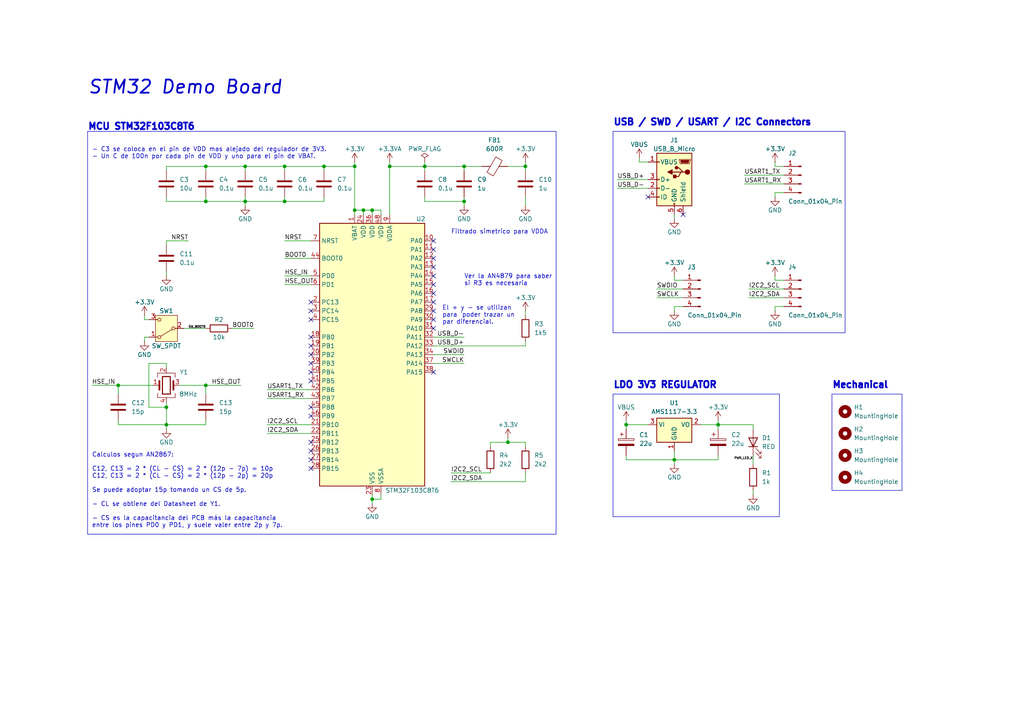
<source format=kicad_sch>
(kicad_sch (version 20250114) (generator "eeschema") (generator_version "9.0")
  (paper "A4")
  (title_block (title "STM32 Demo Board") (date "2025-06-10") (rev "1") (company "Ing. Andrés Chaparro"))
  (lib_symbols
    (symbol "Connector:Conn_01x04_Pin" (pin_names (offset 1.016) (hide yes))
      (property "Reference" "J" (at 0 5.08 0))
      (property "Value" "Conn_01x04_Pin" (at 0 -7.62 0))
      (symbol "Conn_01x04_Pin_1_1"
        (rectangle (start 0.8636 2.667) (end 0 2.413) (stroke (width 0.1524)) (fill (type outline)))
        (rectangle (start 0.8636 0.127) (end 0 -0.127) (stroke (width 0.1524)) (fill (type outline)))
        (rectangle (start 0.8636 -2.413) (end 0 -2.667) (stroke (width 0.1524)) (fill (type outline)))
        (rectangle (start 0.8636 -4.953) (end 0 -5.207) (stroke (width 0.1524)) (fill (type outline)))
        (polyline (pts (xy 1.27 2.54) (xy 0.8636 2.54)) (stroke (width 0.1524)))
        (polyline (pts (xy 1.27 0) (xy 0.8636 0)) (stroke (width 0.1524)))
        (polyline (pts (xy 1.27 -2.54) (xy 0.8636 -2.54)) (stroke (width 0.1524)))
        (polyline (pts (xy 1.27 -5.08) (xy 0.8636 -5.08)) (stroke (width 0.1524)))
        (pin passive line (at 5.08 2.54 180) (length 3.81) (name "Pin_1") (number "1"))
        (pin passive line (at 5.08 0 180) (length 3.81) (name "Pin_2") (number "2"))
        (pin passive line (at 5.08 -2.54 180) (length 3.81) (name "Pin_3") (number "3"))
        (pin passive line (at 5.08 -5.08 180) (length 3.81) (name "Pin_4") (number "4"))
      )
    )
    (symbol "Connector:USB_B_Micro" (pin_names (offset 1.016))
      (property "Reference" "J" (at -5.08 11.43 0))
      (property "Value" "USB_B_Micro" (at -5.08 8.89 0))
      (symbol "USB_B_Micro_0_1"
        (rectangle (start -5.08 -7.62) (end 5.08 7.62) (stroke (width 0.254)) (fill (type background)))
        (polyline (pts (xy -4.699 5.842) (xy -4.699 5.588) (xy -4.445 4.826) (xy -4.445 4.572) (xy -1.651 4.572) (xy -1.651 4.826) (xy -1.397 5.588) (xy -1.397 5.842) (xy -4.699 5.842)))
        (polyline (pts (xy -4.318 5.588) (xy -1.778 5.588) (xy -2.032 4.826) (xy -4.064 4.826) (xy -4.318 5.588)) (fill (type outline)))
        (circle (center -3.81 2.159) (radius 0.635) (stroke (width 0.254)) (fill (type outline)))
        (polyline (pts (xy -3.175 2.159) (xy -2.54 2.159) (xy -1.27 3.429) (xy -0.635 3.429)) (stroke (width 0.254)))
        (polyline (pts (xy -2.54 2.159) (xy -1.905 2.159) (xy -1.27 0.889) (xy 0 0.889)) (stroke (width 0.254)))
        (polyline (pts (xy -1.905 2.159) (xy 0.635 2.159)) (stroke (width 0.254)))
        (circle (center -0.635 3.429) (radius 0.381) (stroke (width 0.254)) (fill (type outline)))
        (rectangle (start -0.127 -7.62) (end 0.127 -6.858))
        (rectangle (start 0.254 1.27) (end -0.508 0.508) (stroke (width 0.254)) (fill (type outline)))
        (polyline (pts (xy 0.635 2.794) (xy 0.635 1.524) (xy 1.905 2.159) (xy 0.635 2.794)) (stroke (width 0.254)) (fill (type outline)))
        (rectangle (start 5.08 4.953) (end 4.318 5.207))
        (rectangle (start 5.08 -0.127) (end 4.318 0.127))
        (rectangle (start 5.08 -2.667) (end 4.318 -2.413))
        (rectangle (start 5.08 -5.207) (end 4.318 -4.953))
      )
      (symbol "USB_B_Micro_1_1"
        (pin passive line (at -2.54 -10.16 90) (length 2.54) (name "Shield") (number "6"))
        (pin power_out line (at 0 -10.16 90) (length 2.54) (name "GND") (number "5"))
        (pin power_out line (at 7.62 5.08 180) (length 2.54) (name "VBUS") (number "1"))
        (pin bidirectional line (at 7.62 0 180) (length 2.54) (name "D+") (number "3"))
        (pin bidirectional line (at 7.62 -2.54 180) (length 2.54) (name "D-") (number "2"))
        (pin passive line (at 7.62 -5.08 180) (length 2.54) (name "ID") (number "4"))
      )
    )
    (symbol "Device:C" (pin_numbers (hide yes)) (pin_names (offset 0.254))
      (property "Reference" "C" (at 0.635 2.54 0))
      (property "Value" "C" (at 0.635 -2.54 0))
      (symbol "C_0_1"
        (polyline (pts (xy -2.032 0.762) (xy 2.032 0.762)) (stroke (width 0.508)))
        (polyline (pts (xy -2.032 -0.762) (xy 2.032 -0.762)) (stroke (width 0.508)))
      )
      (symbol "C_1_1"
        (pin passive line (at 0 3.81 270) (length 2.794) (name "~") (number "1"))
        (pin passive line (at 0 -3.81 90) (length 2.794) (name "~") (number "2"))
      )
    )
    (symbol "Device:C_Polarized" (pin_numbers (hide yes)) (pin_names (offset 0.254))
      (property "Reference" "C" (at 0.635 2.54 0))
      (property "Value" "C_Polarized" (at 0.635 -2.54 0))
      (symbol "C_Polarized_0_1"
        (rectangle (start -2.286 0.508) (end 2.286 1.016))
        (polyline (pts (xy -1.778 2.286) (xy -0.762 2.286)))
        (polyline (pts (xy -1.27 2.794) (xy -1.27 1.778)))
        (rectangle (start 2.286 -0.508) (end -2.286 -1.016) (fill (type outline)))
      )
      (symbol "C_Polarized_1_1"
        (pin passive line (at 0 3.81 270) (length 2.794) (name "~") (number "1"))
        (pin passive line (at 0 -3.81 90) (length 2.794) (name "~") (number "2"))
      )
    )
    (symbol "Device:Crystal_GND24" (pin_names (offset 1.016) (hide yes))
      (property "Reference" "Y" (at 3.175 5.08 0))
      (property "Value" "Crystal_GND24" (at 3.175 3.175 0))
      (symbol "Crystal_GND24_0_1"
        (polyline (pts (xy -2.54 2.286) (xy -2.54 3.556) (xy 2.54 3.556) (xy 2.54 2.286)))
        (polyline (pts (xy -2.54 0) (xy -2.032 0)))
        (polyline (pts (xy -2.54 -2.286) (xy -2.54 -3.556) (xy 2.54 -3.556) (xy 2.54 -2.286)))
        (polyline (pts (xy -2.032 -1.27) (xy -2.032 1.27)) (stroke (width 0.508)))
        (rectangle (start -1.143 2.54) (end 1.143 -2.54) (stroke (width 0.3048)))
        (polyline (pts (xy 0 3.556) (xy 0 3.81)))
        (polyline (pts (xy 0 -3.81) (xy 0 -3.556)))
        (polyline (pts (xy 2.032 0) (xy 2.54 0)))
        (polyline (pts (xy 2.032 -1.27) (xy 2.032 1.27)) (stroke (width 0.508)))
      )
      (symbol "Crystal_GND24_1_1"
        (pin passive line (at -3.81 0 0) (length 1.27) (name "1") (number "1"))
        (pin passive line (at 0 5.08 270) (length 1.27) (name "2") (number "2"))
        (pin passive line (at 0 -5.08 90) (length 1.27) (name "4") (number "4"))
        (pin passive line (at 3.81 0 180) (length 1.27) (name "3") (number "3"))
      )
    )
    (symbol "Device:FerriteBead" (pin_numbers (hide yes)) (pin_names (offset 0))
      (property "Reference" "FB" (at -3.81 0.635 90))
      (property "Value" "FerriteBead" (at 3.81 0 90))
      (symbol "FerriteBead_0_1"
        (polyline (pts (xy -2.7686 0.4064) (xy -1.7018 2.2606) (xy 2.7686 -0.3048) (xy 1.6764 -2.159) (xy -2.7686 0.4064)))
        (polyline (pts (xy 0 1.27) (xy 0 1.2954)))
        (polyline (pts (xy 0 -1.27) (xy 0 -1.2192)))
      )
      (symbol "FerriteBead_1_1"
        (pin passive line (at 0 3.81 270) (length 2.54) (name "~") (number "1"))
        (pin passive line (at 0 -3.81 90) (length 2.54) (name "~") (number "2"))
      )
    )
    (symbol "Device:LED" (pin_numbers (hide yes)) (pin_names (offset 1.016) (hide yes))
      (property "Reference" "D" (at 0 2.54 0))
      (property "Value" "LED" (at 0 -2.54 0))
      (symbol "LED_0_1"
        (polyline (pts (xy -3.048 -0.762) (xy -4.572 -2.286) (xy -3.81 -2.286) (xy -4.572 -2.286) (xy -4.572 -1.524)))
        (polyline (pts (xy -1.778 -0.762) (xy -3.302 -2.286) (xy -2.54 -2.286) (xy -3.302 -2.286) (xy -3.302 -1.524)))
        (polyline (pts (xy -1.27 0) (xy 1.27 0)))
        (polyline (pts (xy -1.27 -1.27) (xy -1.27 1.27)) (stroke (width 0.254)))
        (polyline (pts (xy 1.27 -1.27) (xy 1.27 1.27) (xy -1.27 0) (xy 1.27 -1.27)) (stroke (width 0.254)))
      )
      (symbol "LED_1_1"
        (pin passive line (at -3.81 0 0) (length 2.54) (name "K") (number "1"))
        (pin passive line (at 3.81 0 180) (length 2.54) (name "A") (number "2"))
      )
    )
    (symbol "Device:R" (pin_numbers (hide yes)) (pin_names (offset 0))
      (property "Reference" "R" (at 2.032 0 90))
      (property "Value" "R" (at 0 0 90))
      (symbol "R_0_1"
        (rectangle (start -1.016 -2.54) (end 1.016 2.54) (stroke (width 0.254)))
      )
      (symbol "R_1_1"
        (pin passive line (at 0 3.81 270) (length 1.27) (name "~") (number "1"))
        (pin passive line (at 0 -3.81 90) (length 1.27) (name "~") (number "2"))
      )
    )
    (symbol "MCU_ST_STM32F1:STM32F103C8Tx"
      (property "Reference" "U" (at -15.24 39.37 0))
      (property "Value" "STM32F103C8Tx" (at 7.62 39.37 0))
      (symbol "STM32F103C8Tx_0_1"
        (rectangle (start -15.24 -38.1) (end 15.24 38.1) (stroke (width 0.254)) (fill (type background)))
      )
      (symbol "STM32F103C8Tx_1_1"
        (pin input line (at -17.78 33.02 0) (length 2.54) (name "NRST") (number "7"))
        (pin input line (at -17.78 27.94 0) (length 2.54) (name "BOOT0") (number "44"))
        (pin bidirectional line (at -17.78 22.86 0) (length 2.54) (name "PD0") (number "5"))
        (pin bidirectional line (at -17.78 20.32 0) (length 2.54) (name "PD1") (number "6"))
        (pin bidirectional line (at -17.78 15.24 0) (length 2.54) (name "PC13") (number "2"))
        (pin bidirectional line (at -17.78 12.7 0) (length 2.54) (name "PC14") (number "3"))
        (pin bidirectional line (at -17.78 10.16 0) (length 2.54) (name "PC15") (number "4"))
        (pin bidirectional line (at -17.78 5.08 0) (length 2.54) (name "PB0") (number "18"))
        (pin bidirectional line (at -17.78 2.54 0) (length 2.54) (name "PB1") (number "19"))
        (pin bidirectional line (at -17.78 0 0) (length 2.54) (name "PB2") (number "20"))
        (pin bidirectional line (at -17.78 -2.54 0) (length 2.54) (name "PB3") (number "39"))
        (pin bidirectional line (at -17.78 -5.08 0) (length 2.54) (name "PB4") (number "40"))
        (pin bidirectional line (at -17.78 -7.62 0) (length 2.54) (name "PB5") (number "41"))
        (pin bidirectional line (at -17.78 -10.16 0) (length 2.54) (name "PB6") (number "42"))
        (pin bidirectional line (at -17.78 -12.7 0) (length 2.54) (name "PB7") (number "43"))
        (pin bidirectional line (at -17.78 -15.24 0) (length 2.54) (name "PB8") (number "45"))
        (pin bidirectional line (at -17.78 -17.78 0) (length 2.54) (name "PB9") (number "46"))
        (pin bidirectional line (at -17.78 -20.32 0) (length 2.54) (name "PB10") (number "21"))
        (pin bidirectional line (at -17.78 -22.86 0) (length 2.54) (name "PB11") (number "22"))
        (pin bidirectional line (at -17.78 -25.4 0) (length 2.54) (name "PB12") (number "25"))
        (pin bidirectional line (at -17.78 -27.94 0) (length 2.54) (name "PB13") (number "26"))
        (pin bidirectional line (at -17.78 -30.48 0) (length 2.54) (name "PB14") (number "27"))
        (pin bidirectional line (at -17.78 -33.02 0) (length 2.54) (name "PB15") (number "28"))
        (pin power_in line (at -5.08 40.64 270) (length 2.54) (name "VBAT") (number "1"))
        (pin power_in line (at -2.54 40.64 270) (length 2.54) (name "VDD") (number "24"))
        (pin power_in line (at 0 40.64 270) (length 2.54) (name "VDD") (number "36"))
        (pin power_in line (at 0 -40.64 90) (length 2.54) (name "VSS") (number "23"))
        (pin passive line (at 0 -40.64 90) (length 2.54) (hide yes) (name "VSS") (number "35"))
        (pin passive line (at 0 -40.64 90) (length 2.54) (hide yes) (name "VSS") (number "47"))
        (pin power_in line (at 2.54 40.64 270) (length 2.54) (name "VDD") (number "48"))
        (pin power_in line (at 2.54 -40.64 90) (length 2.54) (name "VSSA") (number "8"))
        (pin power_in line (at 5.08 40.64 270) (length 2.54) (name "VDDA") (number "9"))
        (pin bidirectional line (at 17.78 33.02 180) (length 2.54) (name "PA0") (number "10"))
        (pin bidirectional line (at 17.78 30.48 180) (length 2.54) (name "PA1") (number "11"))
        (pin bidirectional line (at 17.78 27.94 180) (length 2.54) (name "PA2") (number "12"))
        (pin bidirectional line (at 17.78 25.4 180) (length 2.54) (name "PA3") (number "13"))
        (pin bidirectional line (at 17.78 22.86 180) (length 2.54) (name "PA4") (number "14"))
        (pin bidirectional line (at 17.78 20.32 180) (length 2.54) (name "PA5") (number "15"))
        (pin bidirectional line (at 17.78 17.78 180) (length 2.54) (name "PA6") (number "16"))
        (pin bidirectional line (at 17.78 15.24 180) (length 2.54) (name "PA7") (number "17"))
        (pin bidirectional line (at 17.78 12.7 180) (length 2.54) (name "PA8") (number "29"))
        (pin bidirectional line (at 17.78 10.16 180) (length 2.54) (name "PA9") (number "30"))
        (pin bidirectional line (at 17.78 7.62 180) (length 2.54) (name "PA10") (number "31"))
        (pin bidirectional line (at 17.78 5.08 180) (length 2.54) (name "PA11") (number "32"))
        (pin bidirectional line (at 17.78 2.54 180) (length 2.54) (name "PA12") (number "33"))
        (pin bidirectional line (at 17.78 0 180) (length 2.54) (name "PA13") (number "34"))
        (pin bidirectional line (at 17.78 -2.54 180) (length 2.54) (name "PA14") (number "37"))
        (pin bidirectional line (at 17.78 -5.08 180) (length 2.54) (name "PA15") (number "38"))
      )
    )
    (symbol "Mechanical:MountingHole" (pin_names (offset 1.016)) (in_bom no)
      (property "Reference" "H" (at 0 5.08 0))
      (property "Value" "MountingHole" (at 0 3.175 0))
      (symbol "MountingHole_0_1"
        (circle (center 0 0) (radius 1.27) (stroke (width 1.27)))
      )
    )
    (symbol "Regulator_Linear:AMS1117-3.3"
      (property "Reference" "U" (at -3.81 3.175 0))
      (property "Value" "AMS1117-3.3" (at 0 3.175 0))
      (symbol "AMS1117-3.3_0_1"
        (rectangle (start -5.08 -5.08) (end 5.08 1.905) (stroke (width 0.254)) (fill (type background)))
      )
      (symbol "AMS1117-3.3_1_1"
        (pin power_in line (at -7.62 0 0) (length 2.54) (name "VI") (number "3"))
        (pin power_in line (at 0 -7.62 90) (length 2.54) (name "GND") (number "1"))
        (pin power_out line (at 7.62 0 180) (length 2.54) (name "VO") (number "2"))
      )
    )
    (symbol "Switch:SW_SPDT" (pin_names (offset 0) (hide yes))
      (property "Reference" "SW" (at 0 5.08 0))
      (property "Value" "SW_SPDT" (at 0 -5.08 0))
      (symbol "SW_SPDT_0_1"
        (circle (center -2.032 0) (radius 0.4572))
        (polyline (pts (xy -1.651 0.254) (xy 1.651 2.286)))
        (circle (center 2.032 2.54) (radius 0.4572))
        (circle (center 2.032 -2.54) (radius 0.4572))
      )
      (symbol "SW_SPDT_1_1"
        (rectangle (start -3.175 3.81) (end 3.175 -3.81) (fill (type background)))
        (pin passive line (at -5.08 0 0) (length 2.54) (name "B") (number "2"))
        (pin passive line (at 5.08 2.54 180) (length 2.54) (name "A") (number "1"))
        (pin passive line (at 5.08 -2.54 180) (length 2.54) (name "C") (number "3"))
      )
    )
    (symbol "power:+3.3V" (power) (pin_numbers (hide yes)) (pin_names (offset 0) (hide yes))
      (property "Value" "+3.3V" (at 0 3.556 0))
      (symbol "+3.3V_0_1"
        (polyline (pts (xy -0.762 1.27) (xy 0 2.54)))
        (polyline (pts (xy 0 2.54) (xy 0.762 1.27)))
        (polyline (pts (xy 0 0) (xy 0 2.54)))
      )
      (symbol "+3.3V_1_1"
        (pin power_in line (at 0 0 90) (length 0) (name "~") (number "1"))
      )
    )
    (symbol "power:+3.3VA" (power) (pin_numbers (hide yes)) (pin_names (offset 0) (hide yes))
      (property "Value" "+3.3VA" (at 0 3.556 0))
      (symbol "+3.3VA_0_1"
        (polyline (pts (xy -0.762 1.27) (xy 0 2.54)))
        (polyline (pts (xy 0 2.54) (xy 0.762 1.27)))
        (polyline (pts (xy 0 0) (xy 0 2.54)))
      )
      (symbol "+3.3VA_1_1"
        (pin power_in line (at 0 0 90) (length 0) (name "~") (number "1"))
      )
    )
    (symbol "power:GND" (power) (pin_numbers (hide yes)) (pin_names (offset 0) (hide yes))
      (property "Value" "GND" (at 0 -3.81 0))
      (symbol "GND_0_1"
        (polyline (pts (xy 0 0) (xy 0 -1.27) (xy 1.27 -1.27) (xy 0 -2.54) (xy -1.27 -1.27) (xy 0 -1.27)))
      )
      (symbol "GND_1_1"
        (pin power_in line (at 0 0 270) (length 0) (name "~") (number "1"))
      )
    )
    (symbol "power:PWR_FLAG" (power) (pin_numbers (hide yes)) (pin_names (offset 0) (hide yes))
      (property "Value" "PWR_FLAG" (at 0 3.81 0))
      (symbol "PWR_FLAG_0_0"
        (pin power_out line (at 0 0 90) (length 0) (name "~") (number "1"))
      )
      (symbol "PWR_FLAG_0_1"
        (polyline (pts (xy 0 0) (xy 0 1.27) (xy -1.016 1.905) (xy 0 2.54) (xy 1.016 1.905) (xy 0 1.27)))
      )
    )
    (symbol "power:VBUS" (power) (pin_numbers (hide yes)) (pin_names (offset 0) (hide yes))
      (property "Value" "VBUS" (at 0 3.556 0))
      (symbol "VBUS_0_1"
        (polyline (pts (xy -0.762 1.27) (xy 0 2.54)))
        (polyline (pts (xy 0 2.54) (xy 0.762 1.27)))
        (polyline (pts (xy 0 0) (xy 0 2.54)))
      )
      (symbol "VBUS_1_1"
        (pin power_in line (at 0 0 90) (length 0) (name "~") (number "1"))
      )
    )
  )
  (rectangle (start 177.8 38.1) (end 245.11 96.52))
  (rectangle (start 241.3 114.3) (end 261.62 142.24))
  (rectangle (start 25.4 38.1) (end 161.29 154.94))
  (rectangle (start 177.8 114.3) (end 226.06 149.86))
  (text "STM32 Demo Board" (at 25.4 25.4 0) (effects (font (size 3.81 3.81) (thickness 0.508) (bold yes) (italic yes)) (justify left)))
  (text "Ver la AN4879 para saber\nsi R3 es necesaria" (at 134.62 81.28 0) (effects (font (size 1.27 1.27) (thickness 0.1588)) (justify left)))
  (text "USB / SWD / USART / I2C Connectors" (at 177.8 35.56 0) (effects (font (size 1.905 1.905) (thickness 0.508) (bold yes)) (justify left)))
  (text "El + y - se utilizan\npara ´poder trazar un\npar diferencial." (at 128.27 91.44 0) (effects (font (size 1.27 1.27)) (justify left)))
  (text "- C3 se coloca en el pin de VDD mas alejado del regulador de 3V3.\n- Un C de 100n por cada pin de VDD y uno para el pin de VBAT." (at 26.67 44.45 0) (effects (font (size 1.27 1.27)) (justify left)))
  (text "Mechanical" (at 241.3 111.76 0) (effects (font (size 1.905 1.905) (thickness 0.508) (bold yes)) (justify left)))
  (text "Filtrado simetrico para VDDA" (at 130.81 67.31 0) (effects (font (size 1.27 1.27)) (justify left)))
  (text "MCU STM32F103C8T6" (at 25.4 36.83 0) (effects (font (size 1.905 1.905) (thickness 0.508) (bold yes)) (justify left)))
  (text "Calculos segun AN2867:\n\nC12, C13 = 2 * (CL - CS) = 2 * (12p - 7p) = 10p\nC12, C13 = 2 * (CL - CS) = 2 * (12p - 2p) = 20p\n\nSe puede adoptar 15p tomando un CS de 5p.\n\n- CL se obtiene del Datasheet de Y1.\n\n- CS es la capacitancia del PCB más la capacitancia\nentre los pines PD0 y PD1, y suele valer entre 2p y 7p." (at 26.67 142.24 0) (effects (font (size 1.27 1.27) (thickness 0.1588)) (justify left)))
  (text "LDO 3V3 REGULATOR" (at 177.8 111.76 0) (effects (font (size 1.905 1.905) (thickness 0.508) (bold yes)) (justify left)))
  (junction (at 59.69 111.76))
  (junction (at 82.55 48.26))
  (junction (at 59.69 48.26))
  (junction (at 34.29 111.76))
  (junction (at 105.41 60.96))
  (junction (at 113.03 48.26))
  (junction (at 102.87 48.26))
  (junction (at 208.28 123.19))
  (junction (at 107.95 60.96))
  (junction (at 48.26 118.11))
  (junction (at 93.98 48.26))
  (junction (at 102.87 60.96))
  (junction (at 71.12 48.26))
  (junction (at 48.26 123.19))
  (junction (at 134.62 48.26))
  (junction (at 107.95 144.78))
  (junction (at 71.12 58.42))
  (junction (at 195.58 133.35))
  (junction (at 59.69 58.42))
  (junction (at 181.61 123.19))
  (junction (at 82.55 58.42))
  (junction (at 123.19 48.26))
  (junction (at 134.62 58.42))
  (junction (at 152.4 48.26))
  (junction (at 147.32 128.27))
  (no_connect (at 125.73 90.17))
  (no_connect (at 90.17 87.63))
  (no_connect (at 125.73 77.47))
  (no_connect (at 125.73 74.93))
  (no_connect (at 90.17 128.27))
  (no_connect (at 90.17 90.17))
  (no_connect (at 90.17 120.65))
  (no_connect (at 90.17 92.71))
  (no_connect (at 125.73 69.85))
  (no_connect (at 125.73 82.55))
  (no_connect (at 90.17 130.81))
  (no_connect (at 90.17 100.33))
  (no_connect (at 90.17 105.41))
  (no_connect (at 198.12 62.23))
  (no_connect (at 125.73 92.71))
  (no_connect (at 125.73 95.25))
  (no_connect (at 125.73 72.39))
  (no_connect (at 90.17 102.87))
  (no_connect (at 90.17 107.95))
  (no_connect (at 90.17 110.49))
  (no_connect (at 90.17 97.79))
  (no_connect (at 90.17 133.35))
  (no_connect (at 125.73 87.63))
  (no_connect (at 90.17 135.89))
  (no_connect (at 125.73 107.95))
  (no_connect (at 187.96 57.15))
  (no_connect (at 90.17 118.11))
  (no_connect (at 125.73 85.09))
  (no_connect (at 125.73 80.01))
  (wire (pts (xy 110.49 144.78) (xy 110.49 143.51)))
  (wire (pts (xy 218.44 142.24) (xy 218.44 143.51)))
  (wire (pts (xy 71.12 48.26) (xy 59.69 48.26)))
  (wire (pts (xy 125.73 105.41) (xy 134.62 105.41)))
  (wire (pts (xy 113.03 62.23) (xy 113.03 48.26)))
  (wire (pts (xy 67.31 95.25) (xy 73.66 95.25)))
  (wire (pts (xy 82.55 69.85) (xy 90.17 69.85)))
  (wire (pts (xy 198.12 88.9) (xy 195.58 88.9)))
  (wire (pts (xy 59.69 123.19) (xy 48.26 123.19)))
  (wire (pts (xy 181.61 133.35) (xy 195.58 133.35)))
  (wire (pts (xy 82.55 80.01) (xy 90.17 80.01)))
  (wire (pts (xy 77.47 125.73) (xy 90.17 125.73)))
  (wire (pts (xy 41.91 92.71) (xy 41.91 91.44)))
  (wire (pts (xy 179.07 54.61) (xy 187.96 54.61)))
  (wire (pts (xy 187.96 123.19) (xy 181.61 123.19)))
  (wire (pts (xy 208.28 123.19) (xy 218.44 123.19)))
  (wire (pts (xy 107.95 60.96) (xy 107.95 62.23)))
  (wire (pts (xy 123.19 58.42) (xy 134.62 58.42)))
  (wire (pts (xy 34.29 111.76) (xy 44.45 111.76)))
  (wire (pts (xy 71.12 48.26) (xy 71.12 49.53)))
  (wire (pts (xy 190.5 83.82) (xy 198.12 83.82)))
  (wire (pts (xy 185.42 46.99) (xy 185.42 45.72)))
  (wire (pts (xy 71.12 58.42) (xy 82.55 58.42)))
  (wire (pts (xy 142.24 128.27) (xy 147.32 128.27)))
  (wire (pts (xy 48.26 58.42) (xy 59.69 58.42)))
  (wire (pts (xy 48.26 78.74) (xy 48.26 80.01)))
  (wire (pts (xy 195.58 133.35) (xy 195.58 134.62)))
  (wire (pts (xy 130.81 139.7) (xy 152.4 139.7)))
  (wire (pts (xy 152.4 128.27) (xy 152.4 129.54)))
  (wire (pts (xy 195.58 62.23) (xy 195.58 63.5)))
  (wire (pts (xy 224.79 55.88) (xy 224.79 57.15)))
  (wire (pts (xy 82.55 48.26) (xy 71.12 48.26)))
  (wire (pts (xy 102.87 48.26) (xy 93.98 48.26)))
  (wire (pts (xy 227.33 48.26) (xy 224.79 48.26)))
  (wire (pts (xy 152.4 48.26) (xy 152.4 49.53)))
  (wire (pts (xy 53.34 95.25) (xy 59.69 95.25)))
  (wire (pts (xy 59.69 48.26) (xy 59.69 49.53)))
  (wire (pts (xy 43.18 92.71) (xy 41.91 92.71)))
  (wire (pts (xy 125.73 100.33) (xy 152.4 100.33)))
  (wire (pts (xy 152.4 100.33) (xy 152.4 99.06)))
  (wire (pts (xy 142.24 129.54) (xy 142.24 128.27)))
  (wire (pts (xy 134.62 58.42) (xy 134.62 59.69)))
  (wire (pts (xy 217.17 86.36) (xy 227.33 86.36)))
  (wire (pts (xy 52.07 111.76) (xy 59.69 111.76)))
  (wire (pts (xy 48.26 116.84) (xy 48.26 118.11)))
  (wire (pts (xy 48.26 105.41) (xy 43.18 105.41)))
  (wire (pts (xy 152.4 46.99) (xy 152.4 48.26)))
  (wire (pts (xy 77.47 123.19) (xy 90.17 123.19)))
  (wire (pts (xy 152.4 90.17) (xy 152.4 91.44)))
  (wire (pts (xy 82.55 82.55) (xy 90.17 82.55)))
  (wire (pts (xy 147.32 48.26) (xy 152.4 48.26)))
  (wire (pts (xy 54.61 69.85) (xy 48.26 69.85)))
  (wire (pts (xy 215.9 50.8) (xy 227.33 50.8)))
  (wire (pts (xy 107.95 144.78) (xy 107.95 146.05)))
  (wire (pts (xy 26.67 111.76) (xy 34.29 111.76)))
  (wire (pts (xy 190.5 86.36) (xy 198.12 86.36)))
  (wire (pts (xy 48.26 48.26) (xy 48.26 49.53)))
  (wire (pts (xy 134.62 48.26) (xy 139.7 48.26)))
  (wire (pts (xy 43.18 105.41) (xy 43.18 118.11)))
  (wire (pts (xy 59.69 121.92) (xy 59.69 123.19)))
  (wire (pts (xy 123.19 48.26) (xy 123.19 49.53)))
  (wire (pts (xy 147.32 127) (xy 147.32 128.27)))
  (wire (pts (xy 125.73 97.79) (xy 134.62 97.79)))
  (wire (pts (xy 48.26 123.19) (xy 48.26 124.46)))
  (wire (pts (xy 71.12 58.42) (xy 71.12 59.69)))
  (wire (pts (xy 179.07 52.07) (xy 187.96 52.07)))
  (wire (pts (xy 198.12 81.28) (xy 195.58 81.28)))
  (wire (pts (xy 110.49 60.96) (xy 110.49 62.23)))
  (wire (pts (xy 48.26 118.11) (xy 48.26 123.19)))
  (wire (pts (xy 123.19 48.26) (xy 134.62 48.26)))
  (wire (pts (xy 82.55 58.42) (xy 82.55 57.15)))
  (wire (pts (xy 71.12 58.42) (xy 71.12 57.15)))
  (wire (pts (xy 227.33 88.9) (xy 224.79 88.9)))
  (wire (pts (xy 48.26 69.85) (xy 48.26 71.12)))
  (wire (pts (xy 41.91 97.79) (xy 41.91 99.06)))
  (wire (pts (xy 48.26 106.68) (xy 48.26 105.41)))
  (wire (pts (xy 181.61 121.92) (xy 181.61 123.19)))
  (wire (pts (xy 82.55 58.42) (xy 93.98 58.42)))
  (wire (pts (xy 43.18 118.11) (xy 48.26 118.11)))
  (wire (pts (xy 107.95 144.78) (xy 110.49 144.78)))
  (wire (pts (xy 102.87 60.96) (xy 105.41 60.96)))
  (wire (pts (xy 130.81 137.16) (xy 142.24 137.16)))
  (wire (pts (xy 93.98 48.26) (xy 93.98 49.53)))
  (wire (pts (xy 152.4 139.7) (xy 152.4 137.16)))
  (wire (pts (xy 218.44 132.08) (xy 218.44 134.62)))
  (wire (pts (xy 102.87 60.96) (xy 102.87 62.23)))
  (wire (pts (xy 93.98 48.26) (xy 82.55 48.26)))
  (wire (pts (xy 34.29 111.76) (xy 34.29 114.3)))
  (wire (pts (xy 208.28 123.19) (xy 208.28 124.46)))
  (wire (pts (xy 34.29 121.92) (xy 34.29 123.19)))
  (wire (pts (xy 105.41 60.96) (xy 107.95 60.96)))
  (wire (pts (xy 102.87 46.99) (xy 102.87 48.26)))
  (wire (pts (xy 215.9 53.34) (xy 227.33 53.34)))
  (wire (pts (xy 181.61 123.19) (xy 181.61 124.46)))
  (wire (pts (xy 34.29 123.19) (xy 48.26 123.19)))
  (wire (pts (xy 59.69 111.76) (xy 59.69 114.3)))
  (wire (pts (xy 125.73 102.87) (xy 134.62 102.87)))
  (wire (pts (xy 224.79 81.28) (xy 224.79 80.01)))
  (wire (pts (xy 134.62 48.26) (xy 134.62 49.53)))
  (wire (pts (xy 59.69 48.26) (xy 48.26 48.26)))
  (wire (pts (xy 93.98 58.42) (xy 93.98 57.15)))
  (wire (pts (xy 59.69 111.76) (xy 69.85 111.76)))
  (wire (pts (xy 208.28 121.92) (xy 208.28 123.19)))
  (wire (pts (xy 134.62 57.15) (xy 134.62 58.42)))
  (wire (pts (xy 195.58 133.35) (xy 208.28 133.35)))
  (wire (pts (xy 217.17 83.82) (xy 227.33 83.82)))
  (wire (pts (xy 107.95 143.51) (xy 107.95 144.78)))
  (wire (pts (xy 82.55 48.26) (xy 82.55 49.53)))
  (wire (pts (xy 195.58 88.9) (xy 195.58 90.17)))
  (wire (pts (xy 224.79 88.9) (xy 224.79 90.17)))
  (wire (pts (xy 105.41 60.96) (xy 105.41 62.23)))
  (wire (pts (xy 227.33 55.88) (xy 224.79 55.88)))
  (wire (pts (xy 123.19 57.15) (xy 123.19 58.42)))
  (wire (pts (xy 218.44 123.19) (xy 218.44 124.46)))
  (wire (pts (xy 224.79 48.26) (xy 224.79 46.99)))
  (wire (pts (xy 113.03 48.26) (xy 123.19 48.26)))
  (wire (pts (xy 59.69 58.42) (xy 71.12 58.42)))
  (wire (pts (xy 48.26 57.15) (xy 48.26 58.42)))
  (wire (pts (xy 147.32 128.27) (xy 152.4 128.27)))
  (wire (pts (xy 77.47 113.03) (xy 90.17 113.03)))
  (wire (pts (xy 195.58 81.28) (xy 195.58 80.01)))
  (wire (pts (xy 203.2 123.19) (xy 208.28 123.19)))
  (wire (pts (xy 208.28 133.35) (xy 208.28 132.08)))
  (wire (pts (xy 227.33 81.28) (xy 224.79 81.28)))
  (wire (pts (xy 113.03 46.99) (xy 113.03 48.26)))
  (wire (pts (xy 102.87 48.26) (xy 102.87 60.96)))
  (wire (pts (xy 82.55 74.93) (xy 90.17 74.93)))
  (wire (pts (xy 181.61 132.08) (xy 181.61 133.35)))
  (wire (pts (xy 152.4 57.15) (xy 152.4 59.69)))
  (wire (pts (xy 123.19 46.99) (xy 123.19 48.26)))
  (wire (pts (xy 195.58 130.81) (xy 195.58 133.35)))
  (wire (pts (xy 107.95 60.96) (xy 110.49 60.96)))
  (wire (pts (xy 59.69 58.42) (xy 59.69 57.15)))
  (wire (pts (xy 43.18 97.79) (xy 41.91 97.79)))
  (wire (pts (xy 77.47 115.57) (xy 90.17 115.57)))
  (wire (pts (xy 187.96 46.99) (xy 185.42 46.99)))
  (label "SW_BOOT0" (at 59.69 95.25 180) (effects (font (size 0.635 0.635))))
  (label "BOOT0" (at 82.55 74.93 0))
  (label "SWCLK" (at 190.5 86.36 0))
  (label "I2C2_SCL" (at 77.47 123.19 0))
  (label "SWDIO" (at 190.5 83.82 0))
  (label "I2C2_SDA" (at 77.47 125.73 0))
  (label "USART1_RX" (at 215.9 53.34 0))
  (label "USB_D-" (at 134.62 97.79 180))
  (label "SWDIO" (at 134.62 102.87 180))
  (label "USB_D-" (at 179.07 54.61 0))
  (label "NRST" (at 54.61 69.85 180))
  (label "USB_D+" (at 179.07 52.07 0))
  (label "NRST" (at 82.55 69.85 0))
  (label "USART1_TX" (at 215.9 50.8 0))
  (label "USART1_RX" (at 77.47 115.57 0))
  (label "I2C2_SCL" (at 130.81 137.16 0))
  (label "I2C2_SDA" (at 130.81 139.7 0))
  (label "SWCLK" (at 134.62 105.41 180))
  (label "I2C2_SCL" (at 217.17 83.82 0))
  (label "HSE_IN" (at 82.55 80.01 0))
  (label "PWR_LED_K" (at 218.44 133.35 180) (effects (font (size 0.635 0.635))))
  (label "HSE_OUT" (at 82.55 82.55 0))
  (label "HSE_IN" (at 26.67 111.76 0))
  (label "BOOT0" (at 73.66 95.25 180))
  (label "USART1_TX" (at 77.47 113.03 0))
  (label "HSE_OUT" (at 69.85 111.76 180))
  (label "I2C2_SDA" (at 217.17 86.36 0))
  (label "USB_D+" (at 134.62 100.33 180))
  (symbol (lib_id "Device:C_Polarized") (at 181.61 128.27 0) (unit 1)
    (property "Reference" "C1" (at 185.42 126.1109 0) (effects (justify left)))
    (property "Value" "22u" (at 185.42 128.6509 0) (effects (justify left)))
    (property "Footprint" "Capacitor_Tantalum_SMD:CP_EIA-3216-18_Kemet-A" (effects (hide yes)))
    (property "Description" "Polarized capacitor" (effects (hide yes)))
  )
  (symbol (lib_id "power:+3.3V") (at 224.79 80.01 0) (unit 1)
    (property "Reference" "#PWR023" (effects (hide yes)))
    (property "Value" "+3.3V" (at 224.79 76.2 0))
    (property "Description" "Power symbol creates a global label with name \"+3.3V\"" (effects (hide yes)))
  )
  (symbol (lib_id "Connector:USB_B_Micro") (at 195.58 52.07 0) (mirror y) (unit 1)
    (property "Reference" "J1" (at 195.58 40.64 0))
    (property "Value" "USB_B_Micro" (at 195.58 43.18 0))
    (property "Footprint" "Connector_USB:USB_Micro-B_Wuerth_629105150521" (effects (hide yes)))
    (property "Description" "USB Micro Type B connector" (effects (hide yes)))
  )
  (symbol (lib_id "power:GND") (at 195.58 134.62 0) (unit 1)
    (property "Reference" "#PWR017" (effects (hide yes)))
    (property "Value" "GND" (at 195.58 138.43 0))
    (property "Description" "Power symbol creates a global label with name \"GND\" , ground" (effects (hide yes)))
  )
  (symbol (lib_id "power:GND") (at 134.62 59.69 0) (unit 1)
    (property "Reference" "#PWR05" (effects (hide yes)))
    (property "Value" "GND" (at 134.62 63.5 0))
    (property "Description" "Power symbol creates a global label with name \"GND\" , ground" (effects (hide yes)))
  )
  (symbol (lib_id "Mechanical:MountingHole") (at 245.11 119.38 0) (unit 1) (in_bom no)
    (property "Reference" "H1" (at 247.65 118.1099 0) (effects (justify left)))
    (property "Value" "MountingHole" (at 247.65 120.6499 0) (effects (justify left)))
    (property "Footprint" "MountingHole:MountingHole_2.2mm_M2" (effects (hide yes)))
    (property "Description" "Mounting Hole without connection" (effects (hide yes)))
  )
  (symbol (lib_id "power:VBUS") (at 185.42 45.72 0) (unit 1)
    (property "Reference" "#PWR013" (effects (hide yes)))
    (property "Value" "VBUS" (at 185.42 41.91 0))
    (property "Description" "Power symbol creates a global label with name \"VBUS\"" (effects (hide yes)))
  )
  (symbol (lib_id "power:+3.3V") (at 224.79 46.99 0) (unit 1)
    (property "Reference" "#PWR021" (effects (hide yes)))
    (property "Value" "+3.3V" (at 224.79 43.18 0))
    (property "Description" "Power symbol creates a global label with name \"+3.3V\"" (effects (hide yes)))
  )
  (symbol (lib_id "power:GND") (at 71.12 59.69 0) (unit 1)
    (property "Reference" "#PWR03" (effects (hide yes)))
    (property "Value" "GND" (at 71.12 63.5 0))
    (property "Description" "Power symbol creates a global label with name \"GND\" , ground" (effects (hide yes)))
  )
  (symbol (lib_id "Device:C") (at 152.4 53.34 0) (unit 1)
    (property "Reference" "C10" (at 156.21 52.07 0) (effects (justify left)))
    (property "Value" "1u" (at 156.21 54.6099 0) (effects (justify left)))
    (property "Footprint" "Capacitor_SMD:C_0402_1005Metric" (effects (hide yes)))
    (property "Description" "Unpolarized capacitor" (effects (hide yes)))
  )
  (symbol (lib_id "Device:R") (at 152.4 133.35 0) (unit 1)
    (property "Reference" "R5" (at 154.94 132.0799 0) (effects (justify left)))
    (property "Value" "2k2" (at 154.94 134.6199 0) (effects (justify left)))
    (property "Footprint" "Resistor_SMD:R_0402_1005Metric" (effects (hide yes)))
    (property "Description" "Resistor" (effects (hide yes)))
  )
  (symbol (lib_id "Device:Crystal_GND24") (at 48.26 111.76 0) (unit 1)
    (property "Reference" "Y1" (at 53.34 107.95 0))
    (property "Value" "8MHz" (at 54.61 114.3 0))
    (property "Footprint" "Crystal:Crystal_SMD_3225-4Pin_3.2x2.5mm" (effects (hide yes)))
    (property "Description" "Four pin crystal, GND on pins 2 and 4" (effects (hide yes)))
  )
  (symbol (lib_id "Mechanical:MountingHole") (at 245.11 132.08 0) (unit 1) (in_bom no)
    (property "Reference" "H3" (at 247.65 130.8099 0) (effects (justify left)))
    (property "Value" "MountingHole" (at 247.65 133.3499 0) (effects (justify left)))
    (property "Footprint" "MountingHole:MountingHole_2.2mm_M2" (effects (hide yes)))
    (property "Description" "Mounting Hole without connection" (effects (hide yes)))
  )
  (symbol (lib_id "power:+3.3V") (at 208.28 121.92 0) (unit 1)
    (property "Reference" "#PWR019" (effects (hide yes)))
    (property "Value" "+3.3V" (at 208.28 118.11 0))
    (property "Description" "Power symbol creates a global label with name \"+3.3V\"" (effects (hide yes)))
  )
  (symbol (lib_id "Device:C") (at 93.98 53.34 0) (unit 1)
    (property "Reference" "C7" (at 97.79 52.07 0) (effects (justify left)))
    (property "Value" "0.1u" (at 97.79 54.6099 0) (effects (justify left)))
    (property "Footprint" "Capacitor_SMD:C_0402_1005Metric" (effects (hide yes)))
    (property "Description" "Unpolarized capacitor" (effects (hide yes)))
  )
  (symbol (lib_id "Device:C") (at 48.26 53.34 0) (unit 1)
    (property "Reference" "C3" (at 52.07 52.07 0) (effects (justify left)))
    (property "Value" "10u" (at 52.07 54.61 0) (effects (justify left)))
    (property "Footprint" "Capacitor_SMD:C_0603_1608Metric" (effects (hide yes)))
    (property "Description" "Unpolarized capacitor" (effects (hide yes)))
  )
  (symbol (lib_id "Device:C") (at 134.62 53.34 0) (unit 1)
    (property "Reference" "C9" (at 138.43 52.07 0) (effects (justify left)))
    (property "Value" "1u" (at 138.43 54.6099 0) (effects (justify left)))
    (property "Footprint" "Capacitor_SMD:C_0402_1005Metric" (effects (hide yes)))
    (property "Description" "Unpolarized capacitor" (effects (hide yes)))
  )
  (symbol (lib_id "Device:R") (at 152.4 95.25 0) (unit 1)
    (property "Reference" "R3" (at 154.94 93.9799 0) (effects (justify left)))
    (property "Value" "1k5" (at 154.94 96.5199 0) (effects (justify left)))
    (property "Footprint" "Resistor_SMD:R_0402_1005Metric" (effects (hide yes)))
    (property "Description" "Resistor" (effects (hide yes)))
  )
  (symbol (lib_id "power:+3.3V") (at 41.91 91.44 0) (unit 1)
    (property "Reference" "#PWR010" (effects (hide yes)))
    (property "Value" "+3.3V" (at 41.91 87.63 0))
    (property "Description" "Power symbol creates a global label with name \"+3.3V\"" (effects (hide yes)))
  )
  (symbol (lib_id "power:GND") (at 218.44 143.51 0) (unit 1)
    (property "Reference" "#PWR020" (effects (hide yes)))
    (property "Value" "GND" (at 218.44 147.32 0))
    (property "Description" "Power symbol creates a global label with name \"GND\" , ground" (effects (hide yes)))
  )
  (symbol (lib_id "Device:R") (at 218.44 138.43 0) (unit 1)
    (property "Reference" "R1" (at 220.98 137.1599 0) (effects (justify left)))
    (property "Value" "1k" (at 220.98 139.6999 0) (effects (justify left)))
    (property "Footprint" "Resistor_SMD:R_0402_1005Metric" (effects (hide yes)))
    (property "Description" "Resistor" (effects (hide yes)))
  )
  (symbol (lib_id "Mechanical:MountingHole") (at 245.11 125.73 0) (unit 1) (in_bom no)
    (property "Reference" "H2" (at 247.65 124.4599 0) (effects (justify left)))
    (property "Value" "MountingHole" (at 247.65 126.9999 0) (effects (justify left)))
    (property "Footprint" "MountingHole:MountingHole_2.2mm_M2" (effects (hide yes)))
    (property "Description" "Mounting Hole without connection" (effects (hide yes)))
  )
  (symbol (lib_id "power:+3.3VA") (at 113.03 46.99 0) (unit 1)
    (property "Reference" "#PWR04" (effects (hide yes)))
    (property "Value" "+3.3VA" (at 113.03 43.18 0))
    (property "Description" "Power symbol creates a global label with name \"+3.3VA\"" (effects (hide yes)))
  )
  (symbol (lib_id "power:GND") (at 224.79 57.15 0) (unit 1)
    (property "Reference" "#PWR022" (effects (hide yes)))
    (property "Value" "GND" (at 224.79 60.96 0))
    (property "Description" "Power symbol creates a global label with name \"GND\" , ground" (effects (hide yes)))
  )
  (symbol (lib_id "power:GND") (at 195.58 90.17 0) (unit 1)
    (property "Reference" "#PWR016" (effects (hide yes)))
    (property "Value" "GND" (at 195.58 93.98 0))
    (property "Description" "Power symbol creates a global label with name \"GND\" , ground" (effects (hide yes)))
  )
  (symbol (lib_id "Device:R") (at 63.5 95.25 90) (unit 1)
    (property "Reference" "R2" (at 63.5 92.71 90))
    (property "Value" "10k" (at 63.5 97.79 90))
    (property "Footprint" "Resistor_SMD:R_0402_1005Metric" (effects (hide yes)))
    (property "Description" "Resistor" (effects (hide yes)))
  )
  (symbol (lib_id "power:GND") (at 48.26 80.01 0) (unit 1)
    (property "Reference" "#PWR08" (effects (hide yes)))
    (property "Value" "GND" (at 48.26 83.82 0))
    (property "Description" "Power symbol creates a global label with name \"GND\" , ground" (effects (hide yes)))
  )
  (symbol (lib_id "power:+3.3V") (at 147.32 127 0) (unit 1)
    (property "Reference" "#PWR025" (effects (hide yes)))
    (property "Value" "+3.3V" (at 147.32 123.19 0))
    (property "Description" "Power symbol creates a global label with name \"+3.3V\"" (effects (hide yes)))
  )
  (symbol (lib_id "Device:R") (at 142.24 133.35 0) (unit 1)
    (property "Reference" "R4" (at 144.78 132.0799 0) (effects (justify left)))
    (property "Value" "2k2" (at 144.78 134.6199 0) (effects (justify left)))
    (property "Footprint" "Resistor_SMD:R_0402_1005Metric" (effects (hide yes)))
    (property "Description" "Resistor" (effects (hide yes)))
  )
  (symbol (lib_id "Connector:Conn_01x04_Pin") (at 203.2 83.82 0) (mirror y) (unit 1)
    (property "Reference" "J3" (at 199.39 77.47 0) (effects (justify right)))
    (property "Value" "Conn_01x04_Pin" (at 199.39 91.44 0) (effects (justify right)))
    (property "Footprint" "Connector_PinHeader_2.54mm:PinHeader_1x04_P2.54mm_Vertical" (effects (hide yes)))
    (property "Description" "Generic connector, single row, 01x04, script generated" (effects (hide yes)))
  )
  (symbol (lib_id "Device:FerriteBead") (at 143.51 48.26 90) (unit 1)
    (property "Reference" "FB1" (at 143.4592 40.64 90))
    (property "Value" "600R" (at 143.4592 43.18 90))
    (property "Footprint" "Inductor_SMD:L_0603_1608Metric" (effects (hide yes)))
    (property "Description" "Ferrite bead" (effects (hide yes)))
  )
  (symbol (lib_id "power:GND") (at 48.26 124.46 0) (unit 1)
    (property "Reference" "#PWR011" (effects (hide yes)))
    (property "Value" "GND" (at 48.26 128.27 0))
    (property "Description" "Power symbol creates a global label with name \"GND\" , ground" (effects (hide yes)))
  )
  (symbol (lib_id "Regulator_Linear:AMS1117-3.3") (at 195.58 123.19 0) (unit 1)
    (property "Reference" "U1" (at 195.58 116.84 0))
    (property "Value" "AMS1117-3.3" (at 195.58 119.38 0))
    (property "Footprint" "Package_TO_SOT_SMD:SOT-223-3_TabPin2" (effects (hide yes)))
    (property "Datasheet" "http://www.advanced-monolithic.com/pdf/ds1117.pdf" (effects (hide yes)))
    (property "Description" "1A Low Dropout regulator, positive, 3.3V fixed output, SOT-223" (effects (hide yes)))
  )
  (symbol (lib_id "power:GND") (at 195.58 63.5 0) (unit 1)
    (property "Reference" "#PWR012" (effects (hide yes)))
    (property "Value" "GND" (at 195.58 67.31 0))
    (property "Description" "Power symbol creates a global label with name \"GND\" , ground" (effects (hide yes)))
  )
  (symbol (lib_id "power:GND") (at 152.4 59.69 0) (unit 1)
    (property "Reference" "#PWR07" (effects (hide yes)))
    (property "Value" "GND" (at 152.4 63.5 0))
    (property "Description" "Power symbol creates a global label with name \"GND\" , ground" (effects (hide yes)))
  )
  (symbol (lib_id "power:GND") (at 224.79 90.17 0) (unit 1)
    (property "Reference" "#PWR024" (effects (hide yes)))
    (property "Value" "GND" (at 224.79 93.98 0))
    (property "Description" "Power symbol creates a global label with name \"GND\" , ground" (effects (hide yes)))
  )
  (symbol (lib_id "Device:C") (at 123.19 53.34 0) (unit 1)
    (property "Reference" "C8" (at 127 52.07 0) (effects (justify left)))
    (property "Value" "0.1u" (at 127 54.6099 0) (effects (justify left)))
    (property "Footprint" "Capacitor_SMD:C_0402_1005Metric" (effects (hide yes)))
    (property "Description" "Unpolarized capacitor" (effects (hide yes)))
  )
  (symbol (lib_id "MCU_ST_STM32F1:STM32F103C8Tx") (at 107.95 102.87 0) (unit 1)
    (property "Reference" "U2" (at 120.65 63.5 0) (effects (justify left)))
    (property "Value" "STM32F103C8T6" (at 111.76 142.24 0) (effects (justify left)))
    (property "Footprint" "Package_QFP:LQFP-48_7x7mm_P0.5mm" (effects (hide yes)))
    (property "Datasheet" "https://www.st.com/resource/en/datasheet/stm32f103c8.pdf" (effects (hide yes)))
    (property "Description" "STMicroelectronics Arm Cortex-M3 MCU, 64KB flash, 20KB RAM, 72 MHz, 2.0-3.6V, 37 GPIO, LQFP48" (effects (hide yes)))
  )
  (symbol (lib_id "power:+3.3V") (at 102.87 46.99 0) (unit 1)
    (property "Reference" "#PWR02" (effects (hide yes)))
    (property "Value" "+3.3V" (at 102.87 43.18 0))
    (property "Description" "Power symbol creates a global label with name \"+3.3V\"" (effects (hide yes)))
  )
  (symbol (lib_id "Device:C") (at 34.29 118.11 0) (unit 1)
    (property "Reference" "C12" (at 38.1 116.84 0) (effects (justify left)))
    (property "Value" "15p" (at 38.1 119.3799 0) (effects (justify left)))
    (property "Footprint" "Capacitor_SMD:C_0402_1005Metric" (effects (hide yes)))
    (property "Description" "Unpolarized capacitor" (effects (hide yes)))
  )
  (symbol (lib_id "power:GND") (at 107.95 146.05 0) (unit 1)
    (property "Reference" "#PWR01" (effects (hide yes)))
    (property "Value" "GND" (at 107.95 149.86 0))
    (property "Description" "Power symbol creates a global label with name \"GND\" , ground" (effects (hide yes)))
  )
  (symbol (lib_id "Connector:Conn_01x04_Pin") (at 232.41 50.8 0) (mirror y) (unit 1)
    (property "Reference" "J2" (at 228.6 44.45 0) (effects (justify right)))
    (property "Value" "Conn_01x04_Pin" (at 228.6 58.42 0) (effects (justify right)))
    (property "Footprint" "Connector_PinHeader_2.54mm:PinHeader_1x04_P2.54mm_Vertical" (effects (hide yes)))
    (property "Description" "Generic connector, single row, 01x04, script generated" (effects (hide yes)))
  )
  (symbol (lib_id "Mechanical:MountingHole") (at 245.11 138.43 0) (unit 1) (in_bom no)
    (property "Reference" "H4" (at 247.65 137.1599 0) (effects (justify left)))
    (property "Value" "MountingHole" (at 247.65 139.6999 0) (effects (justify left)))
    (property "Footprint" "MountingHole:MountingHole_2.2mm_M2" (effects (hide yes)))
    (property "Description" "Mounting Hole without connection" (effects (hide yes)))
  )
  (symbol (lib_id "Switch:SW_SPDT") (at 48.26 95.25 180) (unit 1)
    (property "Reference" "SW1" (at 48.26 90.17 0))
    (property "Value" "SW_SPDT" (at 48.26 100.33 0))
    (property "Footprint" "Button_Switch_SMD:SW_SPDT_PCM12" (effects (hide yes)))
    (property "Description" "Switch, single pole double throw" (effects (hide yes)))
  )
  (symbol (lib_id "Device:LED") (at 218.44 128.27 90) (unit 1)
    (property "Reference" "D1" (at 220.98 127 90) (effects (justify right)))
    (property "Value" "RED" (at 220.98 129.54 90) (effects (justify right)))
    (property "Footprint" "LED_SMD:LED_0603_1608Metric" (effects (hide yes)))
    (property "Description" "Light emitting diode" (effects (hide yes)))
    (property "Sim.Pins" "1=K 2=A" (effects (hide yes)))
  )
  (symbol (lib_id "power:+3.3V") (at 195.58 80.01 0) (unit 1)
    (property "Reference" "#PWR015" (effects (hide yes)))
    (property "Value" "+3.3V" (at 195.58 76.2 0))
    (property "Description" "Power symbol creates a global label with name \"+3.3V\"" (effects (hide yes)))
  )
  (symbol (lib_id "power:VBUS") (at 181.61 121.92 0) (unit 1)
    (property "Reference" "#PWR018" (effects (hide yes)))
    (property "Value" "VBUS" (at 181.61 118.11 0))
    (property "Description" "Power symbol creates a global label with name \"VBUS\"" (effects (hide yes)))
  )
  (symbol (lib_id "power:GND") (at 41.91 99.06 0) (unit 1)
    (property "Reference" "#PWR09" (effects (hide yes)))
    (property "Value" "GND" (at 41.91 102.87 0))
    (property "Description" "Power symbol creates a global label with name \"GND\" , ground" (effects (hide yes)))
  )
  (symbol (lib_id "Device:C_Polarized") (at 208.28 128.27 0) (unit 1)
    (property "Reference" "C2" (at 212.09 126.1109 0) (effects (justify left)))
    (property "Value" "22u" (at 212.09 128.6509 0) (effects (justify left)))
    (property "Footprint" "Capacitor_Tantalum_SMD:CP_EIA-3216-18_Kemet-A" (effects (hide yes)))
    (property "Description" "Polarized capacitor" (effects (hide yes)))
  )
  (symbol (lib_id "power:PWR_FLAG") (at 123.19 46.99 0) (unit 1)
    (property "Reference" "#FLG03" (effects (hide yes)))
    (property "Value" "PWR_FLAG" (at 123.19 43.18 0))
    (property "Description" "Special symbol for telling ERC where power comes from" (effects (hide yes)))
  )
  (symbol (lib_id "Device:C") (at 59.69 118.11 0) (unit 1)
    (property "Reference" "C13" (at 63.5 116.84 0) (effects (justify left)))
    (property "Value" "15p" (at 63.5 119.3799 0) (effects (justify left)))
    (property "Footprint" "Capacitor_SMD:C_0402_1005Metric" (effects (hide yes)))
    (property "Description" "Unpolarized capacitor" (effects (hide yes)))
  )
  (symbol (lib_id "power:+3.3V") (at 152.4 90.17 0) (unit 1)
    (property "Reference" "#PWR014" (effects (hide yes)))
    (property "Value" "+3.3V" (at 152.4 86.36 0))
    (property "Description" "Power symbol creates a global label with name \"+3.3V\"" (effects (hide yes)))
  )
  (symbol (lib_id "Device:C") (at 82.55 53.34 0) (unit 1)
    (property "Reference" "C6" (at 86.36 52.07 0) (effects (justify left)))
    (property "Value" "0.1u" (at 86.36 54.6099 0) (effects (justify left)))
    (property "Footprint" "Capacitor_SMD:C_0402_1005Metric" (effects (hide yes)))
    (property "Description" "Unpolarized capacitor" (effects (hide yes)))
  )
  (symbol (lib_id "Device:C") (at 59.69 53.34 0) (unit 1)
    (property "Reference" "C4" (at 63.5 52.07 0) (effects (justify left)))
    (property "Value" "0.1u" (at 63.5 54.6099 0) (effects (justify left)))
    (property "Footprint" "Capacitor_SMD:C_0402_1005Metric" (effects (hide yes)))
    (property "Description" "Unpolarized capacitor" (effects (hide yes)))
  )
  (symbol (lib_id "Device:C") (at 48.26 74.93 0) (unit 1)
    (property "Reference" "C11" (at 52.07 73.66 0) (effects (justify left)))
    (property "Value" "0.1u" (at 52.07 76.1999 0) (effects (justify left)))
    (property "Footprint" "Capacitor_SMD:C_0402_1005Metric" (effects (hide yes)))
    (property "Description" "Unpolarized capacitor" (effects (hide yes)))
  )
  (symbol (lib_id "Device:C") (at 71.12 53.34 0) (unit 1)
    (property "Reference" "C5" (at 74.93 52.07 0) (effects (justify left)))
    (property "Value" "0.1u" (at 74.93 54.6099 0) (effects (justify left)))
    (property "Footprint" "Capacitor_SMD:C_0402_1005Metric" (effects (hide yes)))
    (property "Description" "Unpolarized capacitor" (effects (hide yes)))
  )
  (symbol (lib_id "power:+3.3V") (at 152.4 46.99 0) (unit 1)
    (property "Reference" "#PWR06" (effects (hide yes)))
    (property "Value" "+3.3V" (at 152.4 43.18 0))
    (property "Description" "Power symbol creates a global label with name \"+3.3V\"" (effects (hide yes)))
  )
  (symbol (lib_id "Connector:Conn_01x04_Pin") (at 232.41 83.82 0) (mirror y) (unit 1)
    (property "Reference" "J4" (at 228.6 77.47 0) (effects (justify right)))
    (property "Value" "Conn_01x04_Pin" (at 228.6 91.44 0) (effects (justify right)))
    (property "Footprint" "Connector_PinHeader_2.54mm:PinHeader_1x04_P2.54mm_Vertical" (effects (hide yes)))
    (property "Description" "Generic connector, single row, 01x04, script generated" (effects (hide yes)))
  )
)
</source>
